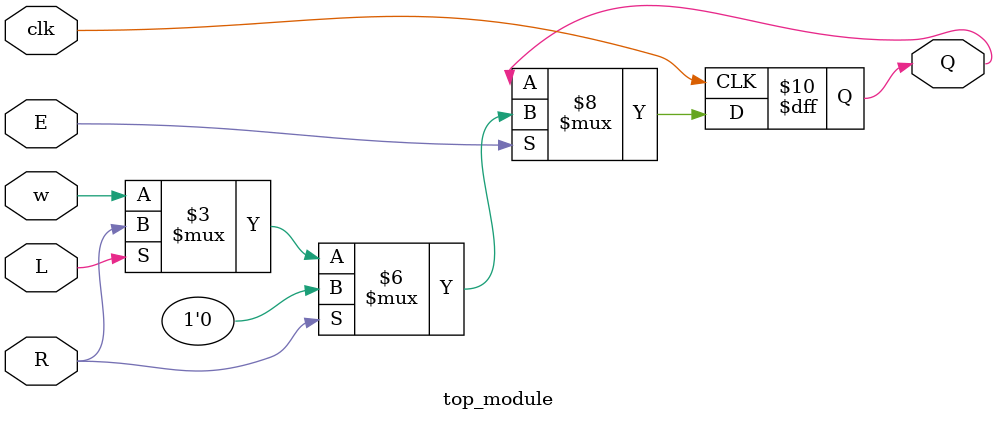
<source format=sv>
module top_module (
	input clk,
	input w,
	input R,
	input E,
	input L,
	output reg Q
);

	always @(posedge clk) begin
		if (E) begin
			if (R)
				Q <= 1'b0;
			else begin
				if (L)
					Q <= R;
				else
					Q <= w;
			end
		end
	end

endmodule

</source>
